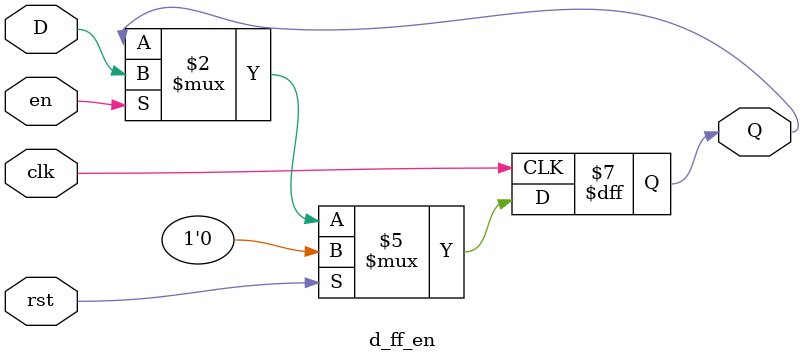
<source format=v>
module d_ff_en(Q,D,clk,rst,en);
	input wire D,clk,rst,en ;
	output reg Q;
	
	always@(posedge clk)
		if(rst)
			Q <= 1'b0 ;
		else if(en)
			Q <= D ;
endmodule 
// used for gated clock signals
// if clk = 50 Hz and you want 1 Hz, activate enable onece every 50 clock cycles , 
</source>
